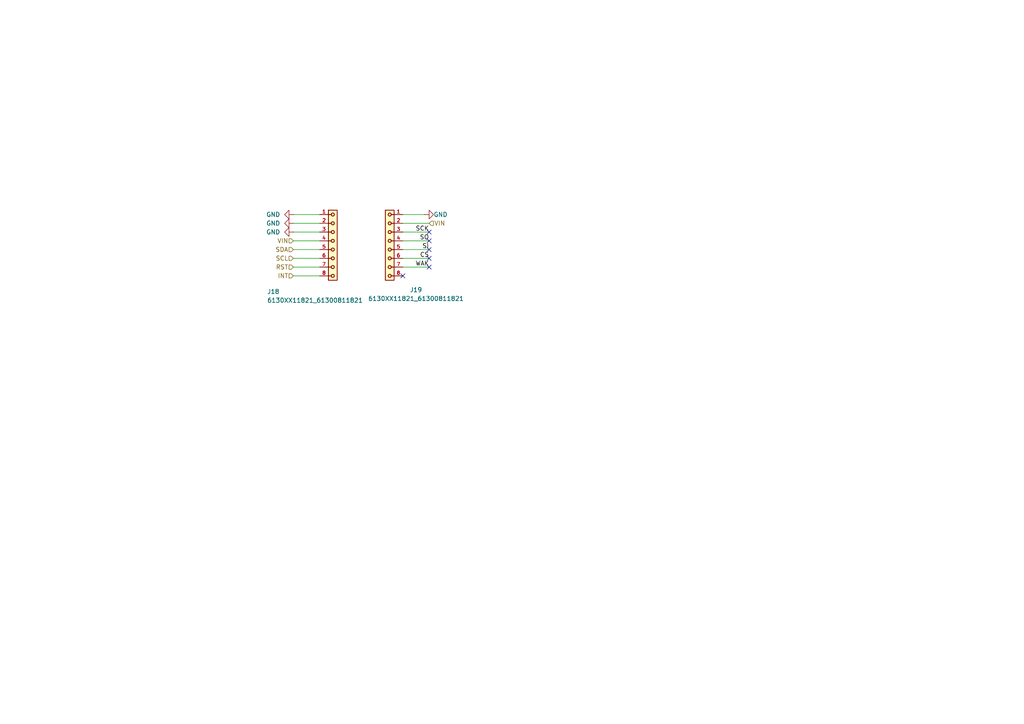
<source format=kicad_sch>
(kicad_sch (version 20250114) (generator "eeschema") (generator_version "9.0")
  (paper "A4")
  (title_block (title "BNO086") (company "Maxwell Stoughton") (comment 1 "mstoughton.org"))
  (lib_symbols
    (symbol "6130XX11821_61300811821:6130XX11821_61300811821" (pin_names (offset 1.016))
      (property "Reference" "J" (at -10.16 -1.778 0))
      (property "Value" "6130XX11821_61300811821" (at -10.16 -5.08 0))
      (symbol "6130XX11821_61300811821_0_0"
        (rectangle (start -8.89 -2.54) (end 11.43 0) (stroke (width 0.254)) (fill (type background)))
        (circle (center -7.62 -1.27) (radius 0.4445) (stroke (width 0.254)))
        (polyline (pts (xy -7.62 -1.705) (xy -7.62 -2.54)) (stroke (width 0.254)))
        (circle (center -5.08 -1.27) (radius 0.4445) (stroke (width 0.254)))
        (polyline (pts (xy -5.08 -1.705) (xy -5.08 -2.54)) (stroke (width 0.254)))
        (circle (center -2.54 -1.27) (radius 0.4445) (stroke (width 0.254)))
        (polyline (pts (xy -2.54 -1.705) (xy -2.54 -2.54)) (stroke (width 0.254)))
        (circle (center 0 -1.27) (radius 0.4445) (stroke (width 0.254)))
        (polyline (pts (xy 0 -1.705) (xy 0 -2.54)) (stroke (width 0.254)))
        (circle (center 2.54 -1.27) (radius 0.4445) (stroke (width 0.254)))
        (polyline (pts (xy 2.54 -1.705) (xy 2.54 -2.54)) (stroke (width 0.254)))
        (circle (center 5.08 -1.27) (radius 0.4445) (stroke (width 0.254)))
        (polyline (pts (xy 5.08 -1.705) (xy 5.08 -2.54)) (stroke (width 0.254)))
        (circle (center 7.62 -1.27) (radius 0.4445) (stroke (width 0.254)))
        (polyline (pts (xy 7.62 -1.705) (xy 7.62 -2.54)) (stroke (width 0.254)))
        (circle (center 10.16 -1.27) (radius 0.4445) (stroke (width 0.254)))
        (polyline (pts (xy 10.16 -1.705) (xy 10.16 -2.54)) (stroke (width 0.254)))
        (pin passive line (at -7.62 -5.08 90) (length 2.54) (name "~") (number "1"))
        (pin passive line (at -5.08 -5.08 90) (length 2.54) (name "~") (number "2"))
        (pin passive line (at -2.54 -5.08 90) (length 2.54) (name "~") (number "3"))
        (pin passive line (at 0 -5.08 90) (length 2.54) (name "~") (number "4"))
        (pin passive line (at 2.54 -5.08 90) (length 2.54) (name "~") (number "5"))
        (pin passive line (at 5.08 -5.08 90) (length 2.54) (name "~") (number "6"))
        (pin passive line (at 7.62 -5.08 90) (length 2.54) (name "~") (number "7"))
        (pin passive line (at 10.16 -5.08 90) (length 2.54) (name "~") (number "8"))
      )
    )
    (symbol "power:GND" (power) (pin_numbers (hide yes)) (pin_names (offset 0) (hide yes))
      (property "Value" "GND" (at 0 -3.81 0))
      (symbol "GND_0_1"
        (polyline (pts (xy 0 0) (xy 0 -1.27) (xy 1.27 -1.27) (xy 0 -2.54) (xy -1.27 -1.27) (xy 0 -1.27)))
      )
      (symbol "GND_1_1"
        (pin power_in line (at 0 0 270) (length 0) (name "~") (number "1"))
      )
    )
  )
  (no_connect (at 124.46 72.39))
  (no_connect (at 124.46 69.85))
  (no_connect (at 124.46 77.47))
  (no_connect (at 124.46 74.93))
  (no_connect (at 124.46 67.31))
  (no_connect (at 116.84 80.01))
  (wire (pts (xy 85.09 62.23) (xy 92.71 62.23)))
  (wire (pts (xy 85.09 74.93) (xy 92.71 74.93)))
  (wire (pts (xy 85.09 67.31) (xy 92.71 67.31)))
  (wire (pts (xy 124.46 67.31) (xy 116.84 67.31)))
  (wire (pts (xy 124.46 64.77) (xy 116.84 64.77)))
  (wire (pts (xy 123.19 62.23) (xy 116.84 62.23)))
  (wire (pts (xy 85.09 80.01) (xy 92.71 80.01)))
  (wire (pts (xy 124.46 69.85) (xy 116.84 69.85)))
  (wire (pts (xy 124.46 74.93) (xy 116.84 74.93)))
  (wire (pts (xy 85.09 77.47) (xy 92.71 77.47)))
  (wire (pts (xy 124.46 77.47) (xy 116.84 77.47)))
  (wire (pts (xy 85.09 64.77) (xy 92.71 64.77)))
  (wire (pts (xy 85.09 69.85) (xy 92.71 69.85)))
  (wire (pts (xy 124.46 72.39) (xy 116.84 72.39)))
  (wire (pts (xy 85.09 72.39) (xy 92.71 72.39)))
  (label "SI" (at 124.46 72.39 180))
  (label "CS" (at 124.46 74.93 180))
  (label "SO" (at 124.46 69.85 180))
  (label "SCK" (at 124.46 67.31 180))
  (label "WAK" (at 124.46 77.47 180))
  (hierarchical_label "VIN" (shape input) (at 85.09 69.85 180))
  (hierarchical_label "SCL" (shape input) (at 85.09 74.93 180))
  (hierarchical_label "RST" (shape input) (at 85.09 77.47 180))
  (hierarchical_label "VIN" (shape input) (at 124.46 64.77 0))
  (hierarchical_label "SDA" (shape input) (at 85.09 72.39 180))
  (hierarchical_label "INT" (shape input) (at 85.09 80.01 180))
  (symbol (lib_id "6130XX11821_61300811821:6130XX11821_61300811821") (at 111.76 69.85 90) (mirror x) (unit 1)
    (property "Reference" "J19" (at 120.65 84.074 90))
    (property "Value" "6130XX11821_61300811821" (at 120.65 86.614 90))
    (property "Footprint" "Custom Components:61300811821" (effects (hide yes)))
  )
  (symbol (lib_id "power:GND") (at 85.09 64.77 270) (unit 1)
    (property "Reference" "#PWR059" (effects (hide yes)))
    (property "Value" "GND" (at 81.28 64.7699 90) (effects (justify right)))
    (property "Description" "Power symbol creates a global label with name \"GND\" , ground" (effects (hide yes)))
  )
  (symbol (lib_id "power:GND") (at 85.09 62.23 270) (unit 1)
    (property "Reference" "#PWR058" (effects (hide yes)))
    (property "Value" "GND" (at 81.28 62.2299 90) (effects (justify right)))
    (property "Description" "Power symbol creates a global label with name \"GND\" , ground" (effects (hide yes)))
  )
  (symbol (lib_id "power:GND") (at 123.19 62.23 90) (unit 1)
    (property "Reference" "#PWR061" (effects (hide yes)))
    (property "Value" "GND" (at 125.73 62.23 90) (effects (justify right)))
    (property "Description" "Power symbol creates a global label with name \"GND\" , ground" (effects (hide yes)))
  )
  (symbol (lib_id "6130XX11821_61300811821:6130XX11821_61300811821") (at 97.79 69.85 270) (unit 1)
    (property "Reference" "J18" (at 77.47 84.582 90) (effects (justify left)))
    (property "Value" "6130XX11821_61300811821" (at 77.47 87.122 90) (effects (justify left)))
    (property "Footprint" "Custom Components:61300811821" (effects (hide yes)))
  )
  (symbol (lib_id "power:GND") (at 85.09 67.31 270) (unit 1)
    (property "Reference" "#PWR060" (effects (hide yes)))
    (property "Value" "GND" (at 81.28 67.3099 90) (effects (justify right)))
    (property "Description" "Power symbol creates a global label with name \"GND\" , ground" (effects (hide yes)))
  )
)
</source>
